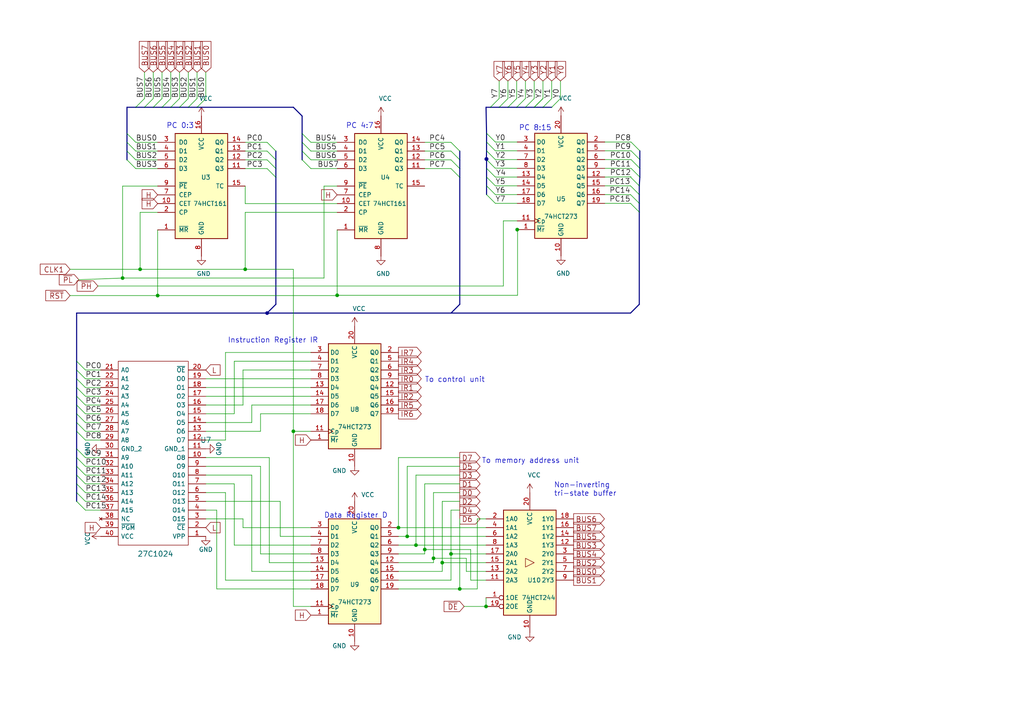
<source format=kicad_sch>
(kicad_sch (version 20211123) (generator eeschema)
  (paper "A4")
  (title_block (title "Gigatron Instruction Fetch") (date "2020-03-20") (rev "Release") (company "Marcel van Kervinck and Walter Belgers") (comment 1 "When there is no branching, the memory space is linear and PC will cross page boundaries.") (comment 2 "Unconditional jumps go to any location in program memory.") (comment 3 "Conditional branches can go to any location within the current 256-word page.") (comment 4 "The 16-bit program counter (PC) normally increments by one for every clock cycle."))
  (lib_symbols
    (symbol "74xx:74HCT244"
      (property "Reference" "U" (at -7.62 16.51 0))
      (property "Value" "74HCT244" (at -7.62 -16.51 0))
      (symbol "74HCT244_1_0"
        (polyline (pts (xy 1.27 0) (xy -1.27 1.27) (xy -1.27 -1.27) (xy 1.27 0)) (stroke (width 0.1524)))
        (pin input inverted (at -12.7 -10.16 0) (length 5.08) (name "1OE") (number "1"))
        (pin power_in line (at 0 -20.32 90) (length 5.08) (name "GND") (number "10"))
        (pin input line (at -12.7 -5.08 0) (length 5.08) (name "2A3") (number "11"))
        (pin tri_state line (at 12.7 5.08 180) (length 5.08) (name "1Y3") (number "12"))
        (pin input line (at -12.7 -2.54 0) (length 5.08) (name "2A2") (number "13"))
        (pin tri_state line (at 12.7 7.62 180) (length 5.08) (name "1Y2") (number "14"))
        (pin input line (at -12.7 0 0) (length 5.08) (name "2A1") (number "15"))
        (pin tri_state line (at 12.7 10.16 180) (length 5.08) (name "1Y1") (number "16"))
        (pin input line (at -12.7 2.54 0) (length 5.08) (name "2A0") (number "17"))
        (pin tri_state line (at 12.7 12.7 180) (length 5.08) (name "1Y0") (number "18"))
        (pin input inverted (at -12.7 -12.7 0) (length 5.08) (name "2OE") (number "19"))
        (pin input line (at -12.7 12.7 0) (length 5.08) (name "1A0") (number "2"))
        (pin power_in line (at 0 20.32 270) (length 5.08) (name "VCC") (number "20"))
        (pin tri_state line (at 12.7 2.54 180) (length 5.08) (name "2Y0") (number "3"))
        (pin input line (at -12.7 10.16 0) (length 5.08) (name "1A1") (number "4"))
        (pin tri_state line (at 12.7 0 180) (length 5.08) (name "2Y1") (number "5"))
        (pin input line (at -12.7 7.62 0) (length 5.08) (name "1A2") (number "6"))
        (pin tri_state line (at 12.7 -2.54 180) (length 5.08) (name "2Y2") (number "7"))
        (pin input line (at -12.7 5.08 0) (length 5.08) (name "1A3") (number "8"))
        (pin tri_state line (at 12.7 -5.08 180) (length 5.08) (name "2Y3") (number "9"))
      )
      (symbol "74HCT244_1_1"
        (rectangle (start -7.62 15.24) (end 7.62 -15.24) (stroke (width 0.254)) (fill (type background)))
      )
    )
    (symbol "74xx:74HCT273"
      (property "Reference" "U" (at -7.62 16.51 0))
      (property "Value" "74HCT273" (at -7.62 -16.51 0))
      (symbol "74HCT273_1_0"
        (pin input line (at -12.7 -12.7 0) (length 5.08) (name "~{Mr}") (number "1"))
        (pin power_in line (at 0 -20.32 90) (length 5.08) (name "GND") (number "10"))
        (pin input clock (at -12.7 -10.16 0) (length 5.08) (name "Cp") (number "11"))
        (pin output line (at 12.7 2.54 180) (length 5.08) (name "Q4") (number "12"))
        (pin input line (at -12.7 2.54 0) (length 5.08) (name "D4") (number "13"))
        (pin input line (at -12.7 0 0) (length 5.08) (name "D5") (number "14"))
        (pin output line (at 12.7 0 180) (length 5.08) (name "Q5") (number "15"))
        (pin output line (at 12.7 -2.54 180) (length 5.08) (name "Q6") (number "16"))
        (pin input line (at -12.7 -2.54 0) (length 5.08) (name "D6") (number "17"))
        (pin input line (at -12.7 -5.08 0) (length 5.08) (name "D7") (number "18"))
        (pin output line (at 12.7 -5.08 180) (length 5.08) (name "Q7") (number "19"))
        (pin output line (at 12.7 12.7 180) (length 5.08) (name "Q0") (number "2"))
        (pin power_in line (at 0 20.32 270) (length 5.08) (name "VCC") (number "20"))
        (pin input line (at -12.7 12.7 0) (length 5.08) (name "D0") (number "3"))
        (pin input line (at -12.7 10.16 0) (length 5.08) (name "D1") (number "4"))
        (pin output line (at 12.7 10.16 180) (length 5.08) (name "Q1") (number "5"))
        (pin output line (at 12.7 7.62 180) (length 5.08) (name "Q2") (number "6"))
        (pin input line (at -12.7 7.62 0) (length 5.08) (name "D2") (number "7"))
        (pin input line (at -12.7 5.08 0) (length 5.08) (name "D3") (number "8"))
        (pin output line (at 12.7 5.08 180) (length 5.08) (name "Q3") (number "9"))
      )
      (symbol "74HCT273_1_1"
        (rectangle (start -7.62 15.24) (end 7.62 -15.24) (stroke (width 0.254)) (fill (type background)))
      )
    )
    (symbol "74xx:74LS161" (pin_names (offset 1.016))
      (property "Reference" "U" (at -7.62 16.51 0))
      (property "Value" "74LS161" (at -7.62 -16.51 0))
      (symbol "74LS161_1_0"
        (pin input line (at -12.7 -12.7 0) (length 5.08) (name "~{MR}") (number "1"))
        (pin input line (at -12.7 -5.08 0) (length 5.08) (name "CET") (number "10"))
        (pin output line (at 12.7 5.08 180) (length 5.08) (name "Q3") (number "11"))
        (pin output line (at 12.7 7.62 180) (length 5.08) (name "Q2") (number "12"))
        (pin output line (at 12.7 10.16 180) (length 5.08) (name "Q1") (number "13"))
        (pin output line (at 12.7 12.7 180) (length 5.08) (name "Q0") (number "14"))
        (pin output line (at 12.7 0 180) (length 5.08) (name "TC") (number "15"))
        (pin power_in line (at 0 20.32 270) (length 5.08) (name "VCC") (number "16"))
        (pin input line (at -12.7 -7.62 0) (length 5.08) (name "CP") (number "2"))
        (pin input line (at -12.7 12.7 0) (length 5.08) (name "D0") (number "3"))
        (pin input line (at -12.7 10.16 0) (length 5.08) (name "D1") (number "4"))
        (pin input line (at -12.7 7.62 0) (length 5.08) (name "D2") (number "5"))
        (pin input line (at -12.7 5.08 0) (length 5.08) (name "D3") (number "6"))
        (pin input line (at -12.7 -2.54 0) (length 5.08) (name "CEP") (number "7"))
        (pin power_in line (at 0 -20.32 90) (length 5.08) (name "GND") (number "8"))
        (pin input line (at -12.7 0 0) (length 5.08) (name "~{PE}") (number "9"))
      )
      (symbol "74LS161_1_1"
        (rectangle (start -7.62 15.24) (end 7.62 -15.24) (stroke (width 0.254)) (fill (type background)))
      )
    )
    (symbol "SamacSys_Parts:AT27C1024-45PU" (pin_names (offset 0.762))
      (property "Reference" "IC" (at 26.67 7.62 0))
      (property "Value" "SamacSys_Parts_AT27C1024-45PU" (at 26.67 5.08 0))
      (symbol "AT27C1024-45PU_0_0"
        (pin passive line (at 0 0 0) (length 5.08) (name "VPP") (number "1"))
        (pin passive line (at 0 -22.86 0) (length 5.08) (name "O8") (number "10"))
        (pin passive line (at 0 -25.4 0) (length 5.08) (name "GND_1") (number "11"))
        (pin passive line (at 0 -27.94 0) (length 5.08) (name "O7") (number "12"))
        (pin passive line (at 0 -30.48 0) (length 5.08) (name "O6") (number "13"))
        (pin passive line (at 0 -33.02 0) (length 5.08) (name "O5") (number "14"))
        (pin passive line (at 0 -35.56 0) (length 5.08) (name "O4") (number "15"))
        (pin passive line (at 0 -38.1 0) (length 5.08) (name "O3") (number "16"))
        (pin passive line (at 0 -40.64 0) (length 5.08) (name "O2") (number "17"))
        (pin passive line (at 0 -43.18 0) (length 5.08) (name "O1") (number "18"))
        (pin passive line (at 0 -45.72 0) (length 5.08) (name "O0") (number "19"))
        (pin passive line (at 0 -2.54 0) (length 5.08) (name "~{CE}") (number "2"))
        (pin passive line (at 0 -48.26 0) (length 5.08) (name "~{OE}") (number "20"))
        (pin passive line (at 30.48 -48.26 180) (length 5.08) (name "A0") (number "21"))
        (pin passive line (at 30.48 -45.72 180) (length 5.08) (name "A1") (number "22"))
        (pin passive line (at 30.48 -43.18 180) (length 5.08) (name "A2") (number "23"))
        (pin passive line (at 30.48 -40.64 180) (length 5.08) (name "A3") (number "24"))
        (pin passive line (at 30.48 -38.1 180) (length 5.08) (name "A4") (number "25"))
        (pin passive line (at 30.48 -35.56 180) (length 5.08) (name "A5") (number "26"))
        (pin passive line (at 30.48 -33.02 180) (length 5.08) (name "A6") (number "27"))
        (pin passive line (at 30.48 -30.48 180) (length 5.08) (name "A7") (number "28"))
        (pin passive line (at 30.48 -27.94 180) (length 5.08) (name "A8") (number "29"))
        (pin passive line (at 0 -5.08 0) (length 5.08) (name "O15") (number "3"))
        (pin passive line (at 30.48 -25.4 180) (length 5.08) (name "GND_2") (number "30"))
        (pin passive line (at 30.48 -22.86 180) (length 5.08) (name "A9") (number "31"))
        (pin passive line (at 30.48 -20.32 180) (length 5.08) (name "A10") (number "32"))
        (pin passive line (at 30.48 -17.78 180) (length 5.08) (name "A11") (number "33"))
        (pin passive line (at 30.48 -15.24 180) (length 5.08) (name "A12") (number "34"))
        (pin passive line (at 30.48 -12.7 180) (length 5.08) (name "A13") (number "35"))
        (pin passive line (at 30.48 -10.16 180) (length 5.08) (name "A14") (number "36"))
        (pin passive line (at 30.48 -7.62 180) (length 5.08) (name "A15") (number "37"))
        (pin no_connect line (at 30.48 -5.08 180) (length 5.08) (name "NC") (number "38"))
        (pin passive line (at 30.48 -2.54 180) (length 5.08) (name "~{PGM}") (number "39"))
        (pin passive line (at 0 -7.62 0) (length 5.08) (name "O14") (number "4"))
        (pin passive line (at 30.48 0 180) (length 5.08) (name "VCC") (number "40"))
        (pin passive line (at 0 -10.16 0) (length 5.08) (name "O13") (number "5"))
        (pin passive line (at 0 -12.7 0) (length 5.08) (name "O12") (number "6"))
        (pin passive line (at 0 -15.24 0) (length 5.08) (name "O11") (number "7"))
        (pin passive line (at 0 -17.78 0) (length 5.08) (name "O10") (number "8"))
        (pin passive line (at 0 -20.32 0) (length 5.08) (name "O9") (number "9"))
      )
      (symbol "AT27C1024-45PU_0_1"
        (polyline (pts (xy 5.08 2.54) (xy 25.4 2.54) (xy 25.4 -50.8) (xy 5.08 -50.8) (xy 5.08 2.54)) (stroke (width 0.1524)))
      )
    )
    (symbol "power:GND" (power) (pin_names (offset 0))
      (property "Value" "GND" (at 0 -3.81 0))
      (symbol "GND_0_1"
        (polyline (pts (xy 0 0) (xy 0 -1.27) (xy 1.27 -1.27) (xy 0 -2.54) (xy -1.27 -1.27) (xy 0 -1.27)))
      )
      (symbol "GND_1_1"
        (pin power_in line (at 0 0 270) (length 0) hide (name "GND") (number "1"))
      )
    )
    (symbol "power:VCC" (power) (pin_names (offset 0))
      (property "Value" "VCC" (at 0 3.81 0))
      (symbol "VCC_0_1"
        (polyline (pts (xy -0.762 1.27) (xy 0 2.54)))
        (polyline (pts (xy 0 0) (xy 0 2.54)))
        (polyline (pts (xy 0 2.54) (xy 0.762 1.27)))
      )
      (symbol "VCC_1_1"
        (pin power_in line (at 0 0 90) (length 0) hide (name "VCC") (number "1"))
      )
    )
  )
  (junction (at 133.35 170.815))
  (junction (at 97.79 85.6488))
  (junction (at 141.0716 46.1264))
  (junction (at 85.09 125.095))
  (junction (at 35.56 80.645))
  (junction (at 115.57 153.035))
  (junction (at 140.97 175.895))
  (junction (at 128.27 163.195))
  (junction (at 120.65 158.115))
  (junction (at 71.12 78.105))
  (junction (at 130.81 160.655))
  (junction (at 45.72 85.725))
  (junction (at 77.47 90.805))
  (junction (at 141.1224 46.1264))
  (junction (at 118.11 155.575))
  (junction (at 125.73 161.925))
  (junction (at 150.0124 66.5988))
  (junction (at 123.19 159.385))
  (junction (at 40.64 78.105))
  (bus_entry (at 77.47 41.275) (size 2.54 2.54))
  (bus_entry (at 183.0324 46.2788) (size 2.54 2.54))
  (bus_entry (at 182.88 58.9788) (size 2.54 2.54))
  (bus_entry (at 130.81 41.275) (size 2.54 2.54))
  (bus_entry (at 77.47 43.815) (size 2.54 2.54))
  (bus_entry (at 46.99 28.575) (size -2.54 2.54))
  (bus_entry (at 141.1224 48.8188) (size 2.54 2.54))
  (bus_entry (at 141.1224 43.7388) (size 2.54 2.54))
  (bus_entry (at 182.88 56.4388) (size 2.54 2.54))
  (bus_entry (at 141.1224 51.3588) (size 2.54 2.54))
  (bus_entry (at 22.225 122.555) (size 2.54 2.54))
  (bus_entry (at 87.63 46.355) (size 2.54 2.54))
  (bus_entry (at 183.0324 41.1988) (size 2.54 2.54))
  (bus_entry (at 22.225 142.875) (size 2.54 2.54))
  (bus_entry (at 147.32 28.575) (size -2.54 2.54))
  (bus_entry (at 52.07 28.575) (size -2.54 2.54))
  (bus_entry (at 22.225 107.315) (size 2.54 2.54))
  (bus_entry (at 77.47 48.895) (size 2.54 2.54))
  (bus_entry (at 183.0324 48.8188) (size 2.54 2.54))
  (bus_entry (at 36.83 46.355) (size 2.54 2.54))
  (bus_entry (at 160.02 31.115) (size 2.54 -2.54))
  (bus_entry (at 87.63 41.275) (size 2.54 2.54))
  (bus_entry (at 54.61 28.575) (size -2.54 2.54))
  (bus_entry (at 44.45 28.575) (size -2.54 2.54))
  (bus_entry (at 22.225 132.715) (size 2.54 2.54))
  (bus_entry (at 141.1224 53.8988) (size 2.54 2.54))
  (bus_entry (at 141.1224 41.1988) (size 2.54 2.54))
  (bus_entry (at 182.88 51.3588) (size 2.54 2.54))
  (bus_entry (at 152.4 28.575) (size -2.54 2.54))
  (bus_entry (at 41.91 28.575) (size -2.54 2.54))
  (bus_entry (at 157.48 28.575) (size -2.54 2.54))
  (bus_entry (at 59.69 28.575) (size -2.54 2.54))
  (bus_entry (at 22.225 117.475) (size 2.54 2.54))
  (bus_entry (at 22.225 112.395) (size 2.54 2.54))
  (bus_entry (at 154.94 28.575) (size -2.54 2.54))
  (bus_entry (at 87.63 38.735) (size 2.54 2.54))
  (bus_entry (at 22.225 137.795) (size 2.54 2.54))
  (bus_entry (at 141.1224 56.4388) (size 2.54 2.54))
  (bus_entry (at 157.48 28.575) (size -2.54 2.54))
  (bus_entry (at 22.225 114.935) (size 2.54 2.54))
  (bus_entry (at 36.83 43.815) (size 2.54 2.54))
  (bus_entry (at 49.53 28.575) (size -2.54 2.54))
  (bus_entry (at 160.02 28.575) (size -2.54 2.54))
  (bus_entry (at 36.83 41.275) (size 2.54 2.54))
  (bus_entry (at 183.0324 43.7388) (size 2.54 2.54))
  (bus_entry (at 22.225 140.335) (size 2.54 2.54))
  (bus_entry (at 22.225 109.855) (size 2.54 2.54))
  (bus_entry (at 144.78 28.575) (size -2.54 2.54))
  (bus_entry (at 182.88 53.8988) (size 2.54 2.54))
  (bus_entry (at 22.225 104.775) (size 2.54 2.54))
  (bus_entry (at 130.81 46.355) (size 2.54 2.54))
  (bus_entry (at 22.225 130.175) (size 2.54 2.54))
  (bus_entry (at 22.225 135.255) (size 2.54 2.54))
  (bus_entry (at 141.0716 46.228) (size 2.54 2.54))
  (bus_entry (at 22.225 125.095) (size 2.54 2.54))
  (bus_entry (at 36.83 38.735) (size 2.54 2.54))
  (bus_entry (at 149.86 28.575) (size -2.54 2.54))
  (bus_entry (at 77.47 46.355) (size 2.54 2.54))
  (bus_entry (at 87.63 43.815) (size 2.54 2.54))
  (bus_entry (at 57.15 28.575) (size -2.54 2.54))
  (bus_entry (at 22.225 120.015) (size 2.54 2.54))
  (bus_entry (at 141.1224 38.6588) (size 2.54 2.54))
  (bus_entry (at 22.225 145.415) (size 2.54 2.54))
  (bus_entry (at 130.81 43.815) (size 2.54 2.54))
  (bus_entry (at 130.81 48.895) (size 2.54 2.54))
  (bus (pts (xy 36.83 41.275) (xy 36.83 43.815)))
  (wire (pts (xy 57.15 20.955) (xy 57.15 28.575)))
  (wire (pts (xy 71.12 46.355) (xy 77.47 46.355)))
  (wire (pts (xy 143.6624 46.2788) (xy 150.0124 46.2788)))
  (bus (pts (xy 147.32 31.115) (xy 149.86 31.115)))
  (bus (pts (xy 141.1224 48.8188) (xy 141.1224 51.3588)))
  (wire (pts (xy 140.97 175.895) (xy 140.97 173.355)))
  (wire (pts (xy 59.69 127.635) (xy 65.405 127.635)))
  (wire (pts (xy 140.97 165.735) (xy 135.255 165.735)))
  (wire (pts (xy 120.65 158.115) (xy 140.97 158.115)))
  (bus (pts (xy 185.5724 48.8188) (xy 185.5724 51.3588)))
  (bus (pts (xy 140.97 31.115) (xy 142.24 31.115)))
  (bus (pts (xy 149.86 31.115) (xy 152.4 31.115)))
  (bus (pts (xy 141.1224 51.3588) (xy 141.1224 53.8988)))
  (bus (pts (xy 182.88 90.805) (xy 185.42 88.265)))
  (wire (pts (xy 24.765 107.315) (xy 29.21 107.315)))
  (wire (pts (xy 115.57 153.035) (xy 140.97 153.035)))
  (wire (pts (xy 90.17 155.575) (xy 81.28 155.575)))
  (wire (pts (xy 149.9616 48.8188) (xy 150.0124 48.8188)))
  (bus (pts (xy 85.09 31.115) (xy 87.63 33.655)))
  (wire (pts (xy 135.255 161.925) (xy 125.73 161.925)))
  (wire (pts (xy 41.91 20.955) (xy 41.91 28.575)))
  (wire (pts (xy 59.69 137.795) (xy 73.025 137.795)))
  (bus (pts (xy 36.83 31.115) (xy 39.37 31.115)))
  (wire (pts (xy 90.17 43.815) (xy 97.79 43.815)))
  (wire (pts (xy 93.98 53.975) (xy 97.79 53.975)))
  (wire (pts (xy 20.32 85.725) (xy 45.72 85.725)))
  (wire (pts (xy 35.56 80.645) (xy 93.98 80.645)))
  (bus (pts (xy 22.225 90.805) (xy 22.225 104.775)))
  (bus (pts (xy 185.42 53.8988) (xy 185.42 56.4388)))
  (bus (pts (xy 46.99 31.115) (xy 49.53 31.115)))
  (bus (pts (xy 80.01 51.435) (xy 80.01 88.265)))
  (wire (pts (xy 59.69 125.095) (xy 75.565 125.095)))
  (wire (pts (xy 59.69 117.475) (xy 70.485 117.475)))
  (wire (pts (xy 145.9992 82.9564) (xy 145.9992 64.0588)))
  (wire (pts (xy 24.765 117.475) (xy 29.21 117.475)))
  (wire (pts (xy 85.09 175.895) (xy 90.17 175.895)))
  (wire (pts (xy 143.6116 48.768) (xy 149.9616 48.8188)))
  (wire (pts (xy 59.69 147.955) (xy 62.865 147.955)))
  (wire (pts (xy 133.35 132.715) (xy 115.57 132.715)))
  (wire (pts (xy 150.114 66.548) (xy 150.114 85.6488)))
  (wire (pts (xy 133.35 142.875) (xy 125.73 142.875)))
  (wire (pts (xy 73.025 117.475) (xy 90.17 117.475)))
  (wire (pts (xy 175.4124 46.2788) (xy 183.0324 46.2788)))
  (bus (pts (xy 22.225 142.875) (xy 22.225 145.415)))
  (wire (pts (xy 39.37 43.815) (xy 45.72 43.815)))
  (bus (pts (xy 141.1224 41.1988) (xy 141.1224 43.7388)))
  (wire (pts (xy 71.12 59.055) (xy 97.79 59.055)))
  (wire (pts (xy 125.73 142.875) (xy 125.73 161.925)))
  (wire (pts (xy 20.32 78.105) (xy 40.64 78.105)))
  (wire (pts (xy 93.98 80.645) (xy 93.98 53.975)))
  (wire (pts (xy 70.485 153.035) (xy 90.17 153.035)))
  (wire (pts (xy 150.114 85.6488) (xy 97.79 85.6488)))
  (wire (pts (xy 90.17 160.655) (xy 75.565 160.655)))
  (wire (pts (xy 24.765 137.795) (xy 29.21 137.795)))
  (bus (pts (xy 22.225 122.555) (xy 22.225 125.095)))
  (wire (pts (xy 24.765 132.715) (xy 29.21 132.715)))
  (bus (pts (xy 22.225 112.395) (xy 22.225 114.935)))
  (wire (pts (xy 133.35 170.815) (xy 133.35 150.495)))
  (wire (pts (xy 128.27 163.195) (xy 128.27 165.735)))
  (wire (pts (xy 54.61 20.955) (xy 54.61 28.575)))
  (bus (pts (xy 185.5724 46.2788) (xy 185.5724 48.8188)))
  (wire (pts (xy 35.56 53.975) (xy 35.56 80.645)))
  (bus (pts (xy 154.94 31.115) (xy 157.48 31.115)))
  (wire (pts (xy 62.865 170.815) (xy 90.17 170.815)))
  (wire (pts (xy 85.09 125.095) (xy 85.09 175.895)))
  (wire (pts (xy 59.69 109.855) (xy 90.17 109.855)))
  (wire (pts (xy 59.69 140.335) (xy 67.945 140.335)))
  (wire (pts (xy 70.485 107.315) (xy 90.17 107.315)))
  (wire (pts (xy 71.12 43.815) (xy 77.47 43.815)))
  (bus (pts (xy 140.97 31.115) (xy 141.1224 38.6588)))
  (wire (pts (xy 39.37 46.355) (xy 45.72 46.355)))
  (bus (pts (xy 22.225 117.475) (xy 22.225 120.015)))
  (bus (pts (xy 185.42 56.4388) (xy 185.42 58.9788)))
  (wire (pts (xy 115.57 163.195) (xy 125.73 163.195)))
  (wire (pts (xy 85.09 78.105) (xy 85.09 125.095)))
  (wire (pts (xy 24.765 109.855) (xy 29.21 109.855)))
  (wire (pts (xy 45.72 66.675) (xy 45.72 85.725)))
  (wire (pts (xy 143.6624 43.7388) (xy 150.0124 43.7388)))
  (wire (pts (xy 123.19 159.385) (xy 123.19 160.655)))
  (wire (pts (xy 140.97 168.275) (xy 136.525 168.275)))
  (wire (pts (xy 24.765 112.395) (xy 29.21 112.395)))
  (wire (pts (xy 24.765 125.095) (xy 29.21 125.095)))
  (wire (pts (xy 183.0324 51.2826) (xy 175.4124 51.3588)))
  (wire (pts (xy 143.6624 41.1988) (xy 150.0124 41.1988)))
  (wire (pts (xy 70.485 150.495) (xy 70.485 153.035)))
  (bus (pts (xy 22.225 125.095) (xy 22.225 130.175)))
  (wire (pts (xy 67.945 158.115) (xy 90.17 158.115)))
  (wire (pts (xy 157.48 23.495) (xy 157.48 28.575)))
  (wire (pts (xy 71.12 78.105) (xy 85.09 78.105)))
  (bus (pts (xy 141.1224 46.1264) (xy 141.1224 48.8188)))
  (wire (pts (xy 85.09 125.095) (xy 90.17 125.095)))
  (wire (pts (xy 59.69 20.955) (xy 59.69 28.575)))
  (bus (pts (xy 41.91 31.115) (xy 44.45 31.115)))
  (bus (pts (xy 22.225 140.335) (xy 22.225 142.875)))
  (bus (pts (xy 77.47 90.805) (xy 182.88 90.805)))
  (bus (pts (xy 133.35 48.895) (xy 133.35 51.435)))
  (wire (pts (xy 130.81 168.275) (xy 130.81 160.655)))
  (bus (pts (xy 22.225 137.795) (xy 22.225 140.335)))
  (wire (pts (xy 143.6624 51.3588) (xy 150.0124 51.3588)))
  (bus (pts (xy 185.42 61.5188) (xy 185.42 88.265)))
  (wire (pts (xy 24.765 135.255) (xy 29.21 135.255)))
  (wire (pts (xy 140.97 150.495) (xy 138.43 150.495)))
  (wire (pts (xy 59.69 142.875) (xy 65.405 142.875)))
  (bus (pts (xy 185.5724 51.3588) (xy 185.42 53.8988)))
  (wire (pts (xy 75.565 125.095) (xy 75.565 120.015)))
  (wire (pts (xy 154.94 23.495) (xy 154.94 28.575)))
  (wire (pts (xy 175.4124 41.1988) (xy 183.0324 41.1988)))
  (wire (pts (xy 65.405 168.275) (xy 90.17 168.275)))
  (wire (pts (xy 75.565 135.255) (xy 75.565 160.655)))
  (bus (pts (xy 80.01 46.355) (xy 80.01 48.895)))
  (wire (pts (xy 44.45 20.955) (xy 44.45 28.575)))
  (wire (pts (xy 125.73 161.925) (xy 125.73 163.195)))
  (bus (pts (xy 141.1224 38.6588) (xy 141.1224 41.1988)))
  (wire (pts (xy 144.78 23.495) (xy 144.78 28.575)))
  (wire (pts (xy 71.12 61.595) (xy 97.79 61.595)))
  (wire (pts (xy 90.17 104.775) (xy 67.945 104.775)))
  (bus (pts (xy 130.81 90.805) (xy 133.35 88.265)))
  (bus (pts (xy 133.35 51.435) (xy 133.35 88.265)))
  (bus (pts (xy 22.225 135.255) (xy 22.225 137.795)))
  (wire (pts (xy 90.17 41.275) (xy 97.79 41.275)))
  (wire (pts (xy 133.35 135.255) (xy 118.11 135.255)))
  (wire (pts (xy 128.27 163.195) (xy 140.97 163.195)))
  (wire (pts (xy 90.17 48.895) (xy 97.79 48.895)))
  (wire (pts (xy 182.88 53.8988) (xy 175.4124 53.8988)))
  (wire (pts (xy 115.57 132.715) (xy 115.57 153.035)))
  (bus (pts (xy 57.15 31.115) (xy 85.09 31.115)))
  (bus (pts (xy 80.01 43.815) (xy 80.01 46.355)))
  (wire (pts (xy 24.765 114.935) (xy 29.21 114.935)))
  (wire (pts (xy 118.11 155.575) (xy 140.97 155.575)))
  (wire (pts (xy 115.57 170.815) (xy 133.35 170.815)))
  (wire (pts (xy 45.72 61.595) (xy 40.64 61.595)))
  (bus (pts (xy 22.225 104.775) (xy 22.225 107.315)))
  (bus (pts (xy 22.225 120.015) (xy 22.225 122.555)))
  (wire (pts (xy 24.765 145.415) (xy 29.21 145.415)))
  (wire (pts (xy 118.11 135.255) (xy 118.11 155.575)))
  (bus (pts (xy 22.225 132.715) (xy 22.225 135.255)))
  (wire (pts (xy 62.865 147.955) (xy 62.865 170.815)))
  (wire (pts (xy 150.0124 64.0588) (xy 145.9992 64.0588)))
  (wire (pts (xy 78.105 132.715) (xy 78.105 163.195)))
  (wire (pts (xy 67.945 104.775) (xy 67.945 120.015)))
  (wire (pts (xy 123.19 48.895) (xy 130.81 48.895)))
  (wire (pts (xy 59.69 114.935) (xy 90.17 114.935)))
  (wire (pts (xy 40.64 61.595) (xy 40.64 78.105)))
  (wire (pts (xy 128.27 145.415) (xy 128.27 163.195)))
  (wire (pts (xy 49.53 20.955) (xy 49.53 28.575)))
  (wire (pts (xy 123.19 43.815) (xy 130.81 43.815)))
  (wire (pts (xy 152.4 23.495) (xy 152.4 28.575)))
  (wire (pts (xy 97.79 85.6488) (xy 97.79 85.725)))
  (wire (pts (xy 175.4124 48.8188) (xy 183.0324 48.8188)))
  (bus (pts (xy 133.35 46.355) (xy 133.35 48.895)))
  (wire (pts (xy 133.35 170.815) (xy 138.43 170.815)))
  (bus (pts (xy 141.1224 43.7388) (xy 141.0716 46.228)))
  (wire (pts (xy 59.69 150.495) (xy 70.485 150.495)))
  (bus (pts (xy 22.225 107.315) (xy 22.225 109.855)))
  (wire (pts (xy 65.405 127.635) (xy 65.405 102.235)))
  (bus (pts (xy 49.53 31.115) (xy 52.07 31.115)))
  (wire (pts (xy 59.69 135.255) (xy 75.565 135.255)))
  (wire (pts (xy 130.81 147.955) (xy 133.35 147.955)))
  (wire (pts (xy 73.025 137.795) (xy 73.025 165.735)))
  (wire (pts (xy 160.02 23.495) (xy 160.02 28.575)))
  (wire (pts (xy 45.72 53.975) (xy 35.56 53.975)))
  (bus (pts (xy 142.24 31.115) (xy 144.78 31.115)))
  (wire (pts (xy 65.405 102.235) (xy 90.17 102.235)))
  (wire (pts (xy 65.405 142.875) (xy 65.405 168.275)))
  (bus (pts (xy 87.63 33.655) (xy 87.63 38.735)))
  (wire (pts (xy 115.57 168.275) (xy 130.81 168.275)))
  (wire (pts (xy 115.57 160.655) (xy 123.19 160.655)))
  (wire (pts (xy 24.765 142.875) (xy 29.21 142.875)))
  (wire (pts (xy 130.81 160.655) (xy 130.81 147.955)))
  (bus (pts (xy 22.225 109.855) (xy 22.225 112.395)))
  (bus (pts (xy 54.61 31.115) (xy 57.15 31.115)))
  (wire (pts (xy 45.72 85.725) (xy 97.79 85.725)))
  (bus (pts (xy 22.225 130.175) (xy 22.225 132.715)))
  (wire (pts (xy 28.3972 82.9564) (xy 145.9992 82.9564)))
  (wire (pts (xy 73.025 122.555) (xy 73.025 117.475)))
  (wire (pts (xy 67.945 120.015) (xy 59.69 120.015)))
  (wire (pts (xy 24.765 147.955) (xy 29.21 147.955)))
  (wire (pts (xy 71.12 41.275) (xy 77.47 41.275)))
  (bus (pts (xy 39.37 31.115) (xy 41.91 31.115)))
  (bus (pts (xy 36.83 43.815) (xy 36.83 46.355)))
  (wire (pts (xy 182.88 58.9788) (xy 175.4124 58.9788)))
  (wire (pts (xy 40.64 78.105) (xy 71.12 78.105)))
  (wire (pts (xy 59.69 122.555) (xy 73.025 122.555)))
  (wire (pts (xy 71.12 48.895) (xy 77.47 48.895)))
  (wire (pts (xy 143.6624 56.4388) (xy 150.0124 56.4388)))
  (bus (pts (xy 157.48 31.115) (xy 160.02 31.115)))
  (bus (pts (xy 36.83 31.115) (xy 36.83 38.735)))
  (wire (pts (xy 90.17 112.395) (xy 59.69 112.395)))
  (wire (pts (xy 24.765 120.015) (xy 29.21 120.015)))
  (wire (pts (xy 73.025 165.735) (xy 90.17 165.735)))
  (wire (pts (xy 45.72 41.275) (xy 39.37 41.275)))
  (bus (pts (xy 22.225 114.935) (xy 22.225 117.475)))
  (wire (pts (xy 143.6624 53.8988) (xy 150.0124 53.8988)))
  (bus (pts (xy 80.01 48.895) (xy 80.01 51.435)))
  (bus (pts (xy 87.63 38.735) (xy 87.63 41.275)))
  (bus (pts (xy 185.5724 43.7388) (xy 185.5724 46.2788)))
  (wire (pts (xy 143.6624 58.9788) (xy 150.0124 58.9788)))
  (wire (pts (xy 162.56 23.495) (xy 162.56 28.575)))
  (wire (pts (xy 59.69 132.715) (xy 78.105 132.715)))
  (wire (pts (xy 175.4124 43.7388) (xy 183.0324 43.7388)))
  (bus (pts (xy 144.78 31.115) (xy 147.32 31.115)))
  (bus (pts (xy 152.4 31.115) (xy 154.94 31.115)))
  (wire (pts (xy 115.57 155.575) (xy 118.11 155.575)))
  (bus (pts (xy 133.35 43.815) (xy 133.35 46.355)))
  (wire (pts (xy 123.19 41.275) (xy 130.81 41.275)))
  (bus (pts (xy 87.63 41.275) (xy 87.63 43.815)))
  (wire (pts (xy 67.945 140.335) (xy 67.945 158.115)))
  (wire (pts (xy 81.28 145.415) (xy 59.69 145.415)))
  (wire (pts (xy 138.43 150.495) (xy 138.43 170.815)))
  (wire (pts (xy 182.88 56.4388) (xy 175.4124 56.4388)))
  (bus (pts (xy 77.47 90.805) (xy 80.01 88.265)))
  (bus (pts (xy 141.1224 46.1264) (xy 141.0716 46.1264)))
  (wire (pts (xy 75.565 120.015) (xy 90.17 120.015)))
  (wire (pts (xy 71.12 78.105) (xy 71.12 61.595)))
  (wire (pts (xy 123.19 140.335) (xy 123.19 159.385)))
  (wire (pts (xy 133.35 137.795) (xy 120.65 137.795)))
  (wire (pts (xy 81.28 155.575) (xy 81.28 145.415)))
  (bus (pts (xy 87.63 43.815) (xy 87.63 46.355)))
  (bus (pts (xy 44.45 31.115) (xy 46.99 31.115)))
  (bus (pts (xy 52.07 31.115) (xy 54.61 31.115)))
  (bus (pts (xy 185.42 58.9788) (xy 185.42 61.5188)))
  (wire (pts (xy 71.12 53.975) (xy 71.12 59.055)))
  (wire (pts (xy 115.57 165.735) (xy 128.27 165.735)))
  (bus (pts (xy 141.1224 53.8988) (xy 141.1224 56.4388)))
  (wire (pts (xy 133.35 140.335) (xy 123.19 140.335)))
  (wire (pts (xy 136.525 168.275) (xy 136.525 159.385)))
  (wire (pts (xy 22.86 81.1276) (xy 35.56 80.645)))
  (wire (pts (xy 90.17 46.355) (xy 97.79 46.355)))
  (wire (pts (xy 52.07 20.955) (xy 52.07 28.575)))
  (wire (pts (xy 135.255 165.735) (xy 135.255 161.925)))
  (wire (pts (xy 136.525 159.385) (xy 123.19 159.385)))
  (wire (pts (xy 24.765 127.635) (xy 29.21 127.635)))
  (bus (pts (xy 22.225 90.805) (xy 77.47 90.805)))
  (wire (pts (xy 149.86 23.495) (xy 149.86 28.575)))
  (wire (pts (xy 97.79 66.675) (xy 97.79 85.6488)))
  (wire (pts (xy 140.97 160.655) (xy 130.81 160.655)))
  (bus (pts (xy 36.83 38.735) (xy 36.83 41.275)))
  (wire (pts (xy 39.37 48.895) (xy 45.72 48.895)))
  (wire (pts (xy 133.35 145.415) (xy 128.27 145.415)))
  (wire (pts (xy 24.765 140.335) (xy 29.21 140.335)))
  (wire (pts (xy 147.32 23.495) (xy 147.32 28.575)))
  (wire (pts (xy 70.485 117.475) (xy 70.485 107.315)))
  (wire (pts (xy 120.65 137.795) (xy 120.65 158.115)))
  (wire (pts (xy 123.19 46.355) (xy 130.81 46.355)))
  (wire (pts (xy 115.57 158.115) (xy 120.65 158.115)))
  (wire (pts (xy 46.99 20.955) (xy 46.99 28.575)))
  (wire (pts (xy 134.62 175.895) (xy 140.97 175.895)))
  (wire (pts (xy 78.105 163.195) (xy 90.17 163.195)))
  (wire (pts (xy 150.114 66.548) (xy 150.0124 66.5988)))
  (wire (pts (xy 24.765 122.555) (xy 29.21 122.555)))
  (text "Data Register D\n" (at 93.98 150.495 0) (effects (font (size 1.524 1.524)) (justify left bottom)))
  (text "PC 0:3" (at 48.26 37.465 0) (effects (font (size 1.524 1.524)) (justify left bottom)))
  (text "To control unit" (at 123.19 111.125 0) (effects (font (size 1.524 1.524)) (justify left bottom)))
  (text "Non-inverting\ntri-state buffer" (at 160.655 144.145 0) (effects (font (size 1.524 1.524)) (justify left bottom)))
  (text "Instruction Register IR\n" (at 66.04 99.695 0) (effects (font (size 1.524 1.524)) (justify left bottom)))
  (text "PC 8:15" (at 150.495 38.1 0) (effects (font (size 1.524 1.524)) (justify left bottom)))
  (text "PC 4:7" (at 100.33 37.465 0) (effects (font (size 1.524 1.524)) (justify left bottom)))
  (text "To memory address unit" (at 139.7 134.62 0) (effects (font (size 1.524 1.524)) (justify left bottom)))
  (label "Y4" (at 152.4 28.575 90) (effects (font (size 1.524 1.524))))
  (label "Y0" (at 143.6624 41.1988 0) (effects (font (size 1.524 1.524))))
  (label "PC8" (at 24.765 127.635 0) (effects (font (size 1.524 1.524))))
  (label "Y5" (at 143.6624 53.8988 0) (effects (font (size 1.524 1.524))))
  (label "PC5" (at 124.46 43.815 0) (effects (font (size 1.524 1.524))))
  (label "PC2" (at 24.765 112.395 0) (effects (font (size 1.524 1.524))))
  (label "Y2" (at 157.48 28.575 90) (effects (font (size 1.524 1.524))))
  (label "PC12" (at 183.0324 51.2826 180) (effects (font (size 1.524 1.524))))
  (label "BUS3" (at 52.07 22.225 270) (effects (font (size 1.524 1.524))))
  (label "Y3" (at 143.612 48.768 0) (effects (font (size 1.524 1.524))))
  (label "PC12" (at 24.765 140.335 0) (effects (font (size 1.524 1.524))))
  (label "PC3" (at 76.2 48.895 180) (effects (font (size 1.524 1.524))))
  (label "BUS0" (at 39.37 41.275 0) (effects (font (size 1.524 1.524))))
  (label "Y5" (at 149.86 28.575 90) (effects (font (size 1.524 1.524))))
  (label "BUS6" (at 44.45 22.225 270) (effects (font (size 1.524 1.524))))
  (label "PC13" (at 182.8292 53.8988 180) (effects (font (size 1.524 1.524))))
  (label "BUS5" (at 46.99 22.225 270) (effects (font (size 1.524 1.524))))
  (label "PC14" (at 182.88 56.4388 180) (effects (font (size 1.524 1.524))))
  (label "PC10" (at 183.0324 46.2788 180) (effects (font (size 1.524 1.524))))
  (label "PC9" (at 24.765 132.715 0) (effects (font (size 1.524 1.524))))
  (label "Y1" (at 143.6624 43.7388 0) (effects (font (size 1.524 1.524))))
  (label "PC10" (at 24.765 135.255 0) (effects (font (size 1.524 1.524))))
  (label "Y6" (at 147.32 28.575 90) (effects (font (size 1.524 1.524))))
  (label "BUS1" (at 57.15 22.225 270) (effects (font (size 1.524 1.524))))
  (label "BUS2" (at 39.37 46.355 0) (effects (font (size 1.524 1.524))))
  (label "PC11" (at 183.0324 48.8188 180) (effects (font (size 1.524 1.524))))
  (label "PC0" (at 76.2 41.275 180) (effects (font (size 1.524 1.524))))
  (label "PC7" (at 124.46 48.895 0) (effects (font (size 1.524 1.524))))
  (label "BUS7" (at 92.075 48.895 0) (effects (font (size 1.524 1.524))))
  (label "Y7" (at 144.78 28.575 90) (effects (font (size 1.524 1.524))))
  (label "PC13" (at 24.765 142.875 0) (effects (font (size 1.524 1.524))))
  (label "BUS4" (at 49.53 22.225 270) (effects (font (size 1.524 1.524))))
  (label "PC2" (at 76.2 46.355 180) (effects (font (size 1.524 1.524))))
  (label "PC0" (at 24.765 107.315 0) (effects (font (size 1.524 1.524))))
  (label "PC7" (at 24.765 125.095 0) (effects (font (size 1.524 1.524))))
  (label "PC6" (at 124.46 46.355 0) (effects (font (size 1.524 1.524))))
  (label "Y2" (at 143.6624 46.2788 0) (effects (font (size 1.524 1.524))))
  (label "Y6" (at 143.6624 56.4388 0) (effects (font (size 1.524 1.524))))
  (label "BUS1" (at 39.37 43.815 0) (effects (font (size 1.524 1.524))))
  (label "PC9" (at 183.0324 43.7388 180) (effects (font (size 1.524 1.524))))
  (label "Y0" (at 162.56 28.575 90) (effects (font (size 1.524 1.524))))
  (label "BUS7" (at 41.91 22.225 270) (effects (font (size 1.524 1.524))))
  (label "PC1" (at 24.765 109.855 0) (effects (font (size 1.524 1.524))))
  (label "PC4" (at 124.46 41.275 0) (effects (font (size 1.524 1.524))))
  (label "Y4" (at 143.8148 51.3588 0) (effects (font (size 1.524 1.524))))
  (label "BUS4" (at 91.44 41.275 0) (effects (font (size 1.524 1.524))))
  (label "PC11" (at 24.765 137.795 0) (effects (font (size 1.524 1.524))))
  (label "Y1" (at 160.02 28.575 90) (effects (font (size 1.524 1.524))))
  (label "PC15" (at 182.88 58.9788 180) (effects (font (size 1.524 1.524))))
  (label "BUS6" (at 91.44 46.355 0) (effects (font (size 1.524 1.524))))
  (label "Y3" (at 154.94 28.575 90) (effects (font (size 1.524 1.524))))
  (label "Y7" (at 143.6624 58.9788 0) (effects (font (size 1.524 1.524))))
  (label "PC1" (at 76.2 43.815 180) (effects (font (size 1.524 1.524))))
  (label "BUS0" (at 59.69 22.225 270) (effects (font (size 1.524 1.524))))
  (label "BUS3" (at 39.37 48.895 0) (effects (font (size 1.524 1.524))))
  (label "PC15" (at 24.765 147.955 0) (effects (font (size 1.524 1.524))))
  (label "PC6" (at 24.765 122.555 0) (effects (font (size 1.524 1.524))))
  (label "PC8" (at 183.0324 41.1988 180) (effects (font (size 1.524 1.524))))
  (label "BUS2" (at 54.61 22.225 270) (effects (font (size 1.524 1.524))))
  (label "BUS5" (at 91.44 43.815 0) (effects (font (size 1.524 1.524))))
  (label "PC14" (at 24.765 145.415 0) (effects (font (size 1.524 1.524))))
  (label "PC3" (at 24.765 114.935 0) (effects (font (size 1.524 1.524))))
  (label "PC4" (at 24.765 117.475 0) (effects (font (size 1.524 1.524))))
  (label "PC5" (at 24.765 120.015 0) (effects (font (size 1.524 1.524))))
  (global_label "BUS7" (shape input) (at 41.91 20.955 90) (effects (font (size 1.524 1.524))) (property "Intersheet References" "${INTERSHEET_REFS}" (effects hide)))
  (global_label "H" (shape input) (at 45.72 56.515 180) (effects (font (size 1.524 1.524))) (property "Intersheet References" "${INTERSHEET_REFS}" (effects hide)))
  (global_label "H" (shape input) (at 97.79 56.515 180) (effects (font (size 1.524 1.524))) (property "Intersheet References" "${INTERSHEET_REFS}" (effects hide)))
  (global_label "BUS0" (shape output) (at 166.37 165.735 0) (effects (font (size 1.524 1.524))) (property "Intersheet References" "${INTERSHEET_REFS}" (effects hide)))
  (global_label "BUS3" (shape output) (at 166.37 158.115 0) (effects (font (size 1.524 1.524))) (property "Intersheet References" "${INTERSHEET_REFS}" (effects hide)))
  (global_label "D7" (shape output) (at 133.35 132.715 0) (effects (font (size 1.524 1.524))) (property "Intersheet References" "${INTERSHEET_REFS}" (effects hide)))
  (global_label "BUS6" (shape input) (at 44.45 20.955 90) (effects (font (size 1.524 1.524))) (property "Intersheet References" "${INTERSHEET_REFS}" (effects hide)))
  (global_label "H" (shape input) (at 29.21 153.035 180) (effects (font (size 1.524 1.524))) (property "Intersheet References" "${INTERSHEET_REFS}" (effects hide)))
  (global_label "Y3" (shape input) (at 154.94 23.495 90) (effects (font (size 1.524 1.524))) (property "Intersheet References" "${INTERSHEET_REFS}" (effects hide)))
  (global_label "Y6" (shape input) (at 147.32 23.495 90) (effects (font (size 1.524 1.524))) (property "Intersheet References" "${INTERSHEET_REFS}" (effects hide)))
  (global_label "BUS0" (shape input) (at 59.69 20.955 90) (effects (font (size 1.524 1.524))) (property "Intersheet References" "${INTERSHEET_REFS}" (effects hide)))
  (global_label "IR2" (shape output) (at 115.57 114.935 0) (effects (font (size 1.524 1.524))) (property "Intersheet References" "${INTERSHEET_REFS}" (effects hide)))
  (global_label "H" (shape input) (at 45.72 59.055 180) (effects (font (size 1.524 1.524))) (property "Intersheet References" "${INTERSHEET_REFS}" (effects hide)))
  (global_label "H" (shape input) (at 90.17 178.435 180) (effects (font (size 1.524 1.524))) (property "Intersheet References" "${INTERSHEET_REFS}" (effects hide)))
  (global_label "IR3" (shape output) (at 115.57 107.315 0) (effects (font (size 1.524 1.524))) (property "Intersheet References" "${INTERSHEET_REFS}" (effects hide)))
  (global_label "BUS1" (shape input) (at 57.15 20.955 90) (effects (font (size 1.524 1.524))) (property "Intersheet References" "${INTERSHEET_REFS}" (effects hide)))
  (global_label "Y7" (shape input) (at 144.78 23.495 90) (effects (font (size 1.524 1.524))) (property "Intersheet References" "${INTERSHEET_REFS}" (effects hide)))
  (global_label "BUS5" (shape output) (at 166.37 155.575 0) (effects (font (size 1.524 1.524))) (property "Intersheet References" "${INTERSHEET_REFS}" (effects hide)))
  (global_label "D5" (shape output) (at 133.35 135.255 0) (effects (font (size 1.524 1.524))) (property "Intersheet References" "${INTERSHEET_REFS}" (effects hide)))
  (global_label "D6" (shape output) (at 133.35 150.495 0) (effects (font (size 1.524 1.524))) (property "Intersheet References" "${INTERSHEET_REFS}" (effects hide)))
  (global_label "Y5" (shape input) (at 149.86 23.495 90) (effects (font (size 1.524 1.524))) (property "Intersheet References" "${INTERSHEET_REFS}" (effects hide)))
  (global_label "D2" (shape output) (at 133.35 145.415 0) (effects (font (size 1.524 1.524))) (property "Intersheet References" "${INTERSHEET_REFS}" (effects hide)))
  (global_label "D3" (shape output) (at 133.35 137.795 0) (effects (font (size 1.524 1.524))) (property "Intersheet References" "${INTERSHEET_REFS}" (effects hide)))
  (global_label "BUS4" (shape input) (at 49.53 20.955 90) (effects (font (size 1.524 1.524))) (property "Intersheet References" "${INTERSHEET_REFS}" (effects hide)))
  (global_label "BUS2" (shape input) (at 54.61 20.955 90) (effects (font (size 1.524 1.524))) (property "Intersheet References" "${INTERSHEET_REFS}" (effects hide)))
  (global_label "BUS1" (shape output) (at 166.37 168.275 0) (effects (font (size 1.524 1.524))) (property "Intersheet References" "${INTERSHEET_REFS}" (effects hide)))
  (global_label "BUS4" (shape output) (at 166.37 160.655 0) (effects (font (size 1.524 1.524))) (property "Intersheet References" "${INTERSHEET_REFS}" (effects hide)))
  (global_label "IR6" (shape output) (at 115.57 120.015 0) (effects (font (size 1.524 1.524))) (property "Intersheet References" "${INTERSHEET_REFS}" (effects hide)))
  (global_label "CLK1" (shape input) (at 20.32 78.105 180) (effects (font (size 1.524 1.524))) (property "Intersheet References" "${INTERSHEET_REFS}" (effects hide)))
  (global_label "L" (shape input) (at 59.69 107.315 0) (effects (font (size 1.524 1.524))) (property "Intersheet References" "${INTERSHEET_REFS}" (effects hide)))
  (global_label "IR7" (shape output) (at 115.57 102.235 0) (effects (font (size 1.524 1.524))) (property "Intersheet References" "${INTERSHEET_REFS}" (effects hide)))
  (global_label "BUS7" (shape output) (at 166.37 153.035 0) (effects (font (size 1.524 1.524))) (property "Intersheet References" "${INTERSHEET_REFS}" (effects hide)))
  (global_label "IR0" (shape output) (at 115.57 109.855 0) (effects (font (size 1.524 1.524))) (property "Intersheet References" "${INTERSHEET_REFS}" (effects hide)))
  (global_label "D4" (shape output) (at 133.35 147.955 0) (effects (font (size 1.524 1.524))) (property "Intersheet References" "${INTERSHEET_REFS}" (effects hide)))
  (global_label "H" (shape input) (at 90.17 127.635 180) (effects (font (size 1.524 1.524))) (property "Intersheet References" "${INTERSHEET_REFS}" (effects hide)))
  (global_label "IR5" (shape output) (at 115.57 117.475 0) (effects (font (size 1.524 1.524))) (property "Intersheet References" "${INTERSHEET_REFS}" (effects hide)))
  (global_label "Y0" (shape input) (at 162.56 23.495 90) (effects (font (size 1.524 1.524))) (property "Intersheet References" "${INTERSHEET_REFS}" (effects hide)))
  (global_label "D1" (shape output) (at 133.35 140.335 0) (effects (font (size 1.524 1.524))) (property "Intersheet References" "${INTERSHEET_REFS}" (effects hide)))
  (global_label "~{DE}" (shape input) (at 134.62 175.895 180) (effects (font (size 1.524 1.524))) (property "Intersheet References" "${INTERSHEET_REFS}" (effects hide)))
  (global_label "BUS6" (shape output) (at 166.37 150.495 0) (effects (font (size 1.524 1.524))) (property "Intersheet References" "${INTERSHEET_REFS}" (effects hide)))
  (global_label "~{RST}" (shape input) (at 20.32 85.725 180) (effects (font (size 1.524 1.524))) (property "Intersheet References" "${INTERSHEET_REFS}" (effects hide)))
  (global_label "IR4" (shape output) (at 115.57 104.775 0) (effects (font (size 1.524 1.524))) (property "Intersheet References" "${INTERSHEET_REFS}" (effects hide)))
  (global_label "~{PL}" (shape input) (at 22.86 81.1276 180) (effects (font (size 1.524 1.524))) (property "Intersheet References" "${INTERSHEET_REFS}" (effects hide)))
  (global_label "D0" (shape output) (at 133.35 142.875 0) (effects (font (size 1.524 1.524))) (property "Intersheet References" "${INTERSHEET_REFS}" (effects hide)))
  (global_label "Y4" (shape input) (at 152.4 23.495 90) (effects (font (size 1.524 1.524))) (property "Intersheet References" "${INTERSHEET_REFS}" (effects hide)))
  (global_label "IR1" (shape output) (at 115.57 112.395 0) (effects (font (size 1.524 1.524))) (property "Intersheet References" "${INTERSHEET_REFS}" (effects hide)))
  (global_label "Y1" (shape input) (at 160.02 23.495 90) (effects (font (size 1.524 1.524))) (property "Intersheet References" "${INTERSHEET_REFS}" (effects hide)))
  (global_label "~{PH}" (shape input) (at 28.3972 82.9564 180) (effects (font (size 1.524 1.524))) (property "Intersheet References" "${INTERSHEET_REFS}" (effects hide)))
  (global_label "BUS3" (shape input) (at 52.07 20.955 90) (effects (font (size 1.524 1.524))) (property "Intersheet References" "${INTERSHEET_REFS}" (effects hide)))
  (global_label "Y2" (shape input) (at 157.48 23.495 90) (effects (font (size 1.524 1.524))) (property "Intersheet References" "${INTERSHEET_REFS}" (effects hide)))
  (global_label "BUS2" (shape output) (at 166.37 163.195 0) (effects (font (size 1.524 1.524))) (property "Intersheet References" "${INTERSHEET_REFS}" (effects hide)))
  (global_label "BUS5" (shape input) (at 46.99 20.955 90) (effects (font (size 1.524 1.524))) (property "Intersheet References" "${INTERSHEET_REFS}" (effects hide)))
  (global_label "L" (shape input) (at 59.69 153.035 0) (effects (font (size 1.524 1.524))) (property "Intersheet References" "${INTERSHEET_REFS}" (effects hide)))
  (symbol (lib_id "74xx:74LS161") (at 58.42 53.975 0) (unit 1)
    (property "Reference" "U3" (at 59.69 51.435 0))
    (property "Value" "74HCT161" (at 60.96 59.055 0))
    (property "Footprint" "Package_DIP:DIP-16_W7.62mm" (effects hide))
  )
  (symbol (lib_id "74xx:74LS161") (at 110.49 53.975 0) (unit 1)
    (property "Reference" "U4" (at 111.76 51.435 0))
    (property "Value" "74HCT161" (at 113.03 59.055 0))
    (property "Footprint" "Package_DIP:DIP-16_W7.62mm" (effects hide))
  )
  (symbol (lib_id "74xx:74HCT273") (at 102.87 165.735 0) (unit 1)
    (property "Reference" "U9" (at 102.87 169.545 0))
    (property "Value" "74HCT273" (at 102.87 174.625 0))
    (property "Footprint" "Package_DIP:DIP-20_W7.62mm" (effects hide))
  )
  (symbol (lib_id "74xx:74HCT273") (at 102.87 114.935 0) (unit 1)
    (property "Reference" "U8" (at 102.87 118.745 0))
    (property "Value" "74HCT273" (at 102.87 123.825 0))
    (property "Footprint" "Package_DIP:DIP-20_W7.62mm" (effects hide))
  )
  (symbol (lib_id "power:GND") (at 59.69 155.575 0) (unit 1)
    (property "Reference" "#PWR010" (effects hide))
    (property "Value" "GND" (at 59.69 159.385 0))
  )
  (symbol (lib_id "SamacSys_Parts:AT27C1024-45PU") (at 59.69 155.575 180) (unit 1)
    (property "Reference" "U7" (at 59.69 127.635 0) (effects (font (size 1.524 1.524))))
    (property "Value" "27C1024" (at 45.085 160.655 0) (effects (font (size 1.524 1.524))))
    (property "Footprint" "Package_DIP:DIP-40_W15.24mm" (effects hide))
  )
  (symbol (lib_id "74xx:74HCT244") (at 153.67 163.195 0) (unit 1)
    (property "Reference" "U10" (at 154.94 168.275 0))
    (property "Value" "74HCT244" (at 156.21 173.355 0))
    (property "Footprint" "Package_DIP:DIP-20_W7.62mm" (effects hide))
  )
  (symbol (lib_id "power:GND") (at 29.21 130.175 270) (unit 1)
    (property "Reference" "#PWR0169" (effects hide))
    (property "Value" "GND" (at 25.4 130.175 0))
  )
  (symbol (lib_id "power:GND") (at 59.69 130.175 90) (unit 1)
    (property "Reference" "#PWR0170" (effects hide))
    (property "Value" "GND" (at 63.5 130.175 0))
  )
  (symbol (lib_id "power:VCC") (at 29.21 155.575 90) (unit 1)
    (property "Reference" "#PWR0171" (effects hide))
    (property "Value" "VCC" (at 25.4 156.21 0))
  )
  (symbol (lib_id "power:GND") (at 102.87 135.255 0) (unit 1)
    (property "Reference" "#PWR0101" (effects hide))
    (property "Value" "GND" (at 98.425 136.525 0))
  )
  (symbol (lib_id "power:VCC") (at 102.87 145.415 0) (unit 1)
    (property "Reference" "#PWR0102" (effects hide))
    (property "Value" "VCC" (at 106.68 143.51 0))
  )
  (symbol (lib_id "power:GND") (at 58.42 74.295 0) (unit 1)
    (property "Reference" "#PWR0103" (effects hide))
    (property "Value" "GND" (at 59.055 79.375 0))
  )
  (symbol (lib_id "power:GND") (at 110.49 74.295 0) (unit 1)
    (property "Reference" "#PWR0104" (effects hide))
    (property "Value" "GND" (at 111.125 79.375 0))
  )
  (symbol (lib_id "power:GND") (at 162.7124 74.2188 0) (unit 1)
    (property "Reference" "#PWR0105" (effects hide))
    (property "Value" "GND" (at 163.3474 79.2988 0))
  )
  (symbol (lib_id "power:VCC") (at 58.42 33.655 0) (unit 1)
    (property "Reference" "#PWR0107" (effects hide))
    (property "Value" "VCC" (at 59.69 28.575 0))
  )
  (symbol (lib_id "power:VCC") (at 110.49 33.655 0) (unit 1)
    (property "Reference" "#PWR0108" (effects hide))
    (property "Value" "VCC" (at 111.76 28.575 0))
  )
  (symbol (lib_id "power:VCC") (at 162.7124 33.5788 0) (unit 1)
    (property "Reference" "#PWR0109" (effects hide))
    (property "Value" "VCC" (at 163.9824 28.4988 0))
  )
  (symbol (lib_id "power:VCC") (at 102.87 94.615 0) (unit 1)
    (property "Reference" "#PWR0111" (effects hide))
    (property "Value" "VCC" (at 104.14 89.535 0))
  )
  (symbol (lib_id "power:VCC") (at 153.67 142.875 0) (unit 1)
    (property "Reference" "#PWR0112" (effects hide))
    (property "Value" "VCC" (at 154.94 137.795 0))
  )
  (symbol (lib_id "power:GND") (at 102.87 186.055 0) (unit 1)
    (property "Reference" "#PWR0113" (effects hide))
    (property "Value" "GND" (at 98.425 187.325 0))
  )
  (symbol (lib_id "power:GND") (at 153.67 183.515 0) (unit 1)
    (property "Reference" "#PWR0114" (effects hide))
    (property "Value" "GND" (at 149.225 184.785 0))
  )
  (symbol (lib_id "74xx:74HCT273") (at 162.7124 53.8988 0) (unit 1)
    (property "Reference" "U5" (at 162.7124 57.7088 0))
    (property "Value" "74HCT273" (at 162.7124 62.7888 0))
    (property "Footprint" "Package_DIP:DIP-20_W7.62mm" (effects hide))
  )
)
</source>
